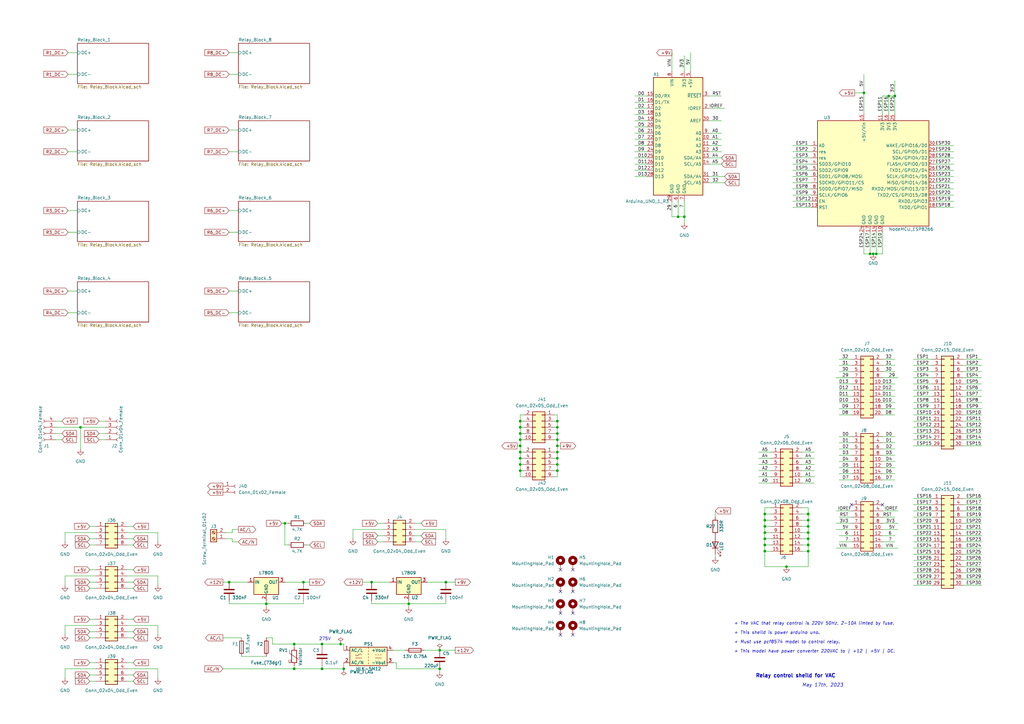
<source format=kicad_sch>
(kicad_sch (version 20211123) (generator eeschema)
  (paper "A3")
  (junction (at 331.47 223.52))
  (junction (at 213.36 182.88))
  (junction (at 331.47 213.36))
  (junction (at 180.34 266.7))
  (junction (at 280.67 88.9))
  (junction (at 132.08 274.32))
  (junction (at 331.47 210.82))
  (junction (at 228.6 177.8))
  (junction (at 228.6 185.42))
  (junction (at 120.65 264.16))
  (junction (at 132.08 264.16))
  (junction (at 358.14 104.14))
  (junction (at 213.36 190.5))
  (junction (at 359.41 104.14))
  (junction (at 124.46 238.76))
  (junction (at 313.69 210.82))
  (junction (at 228.6 172.72))
  (junction (at 313.69 220.98))
  (junction (at 213.36 187.96))
  (junction (at 313.69 223.52))
  (junction (at 228.6 187.96))
  (junction (at 120.65 274.32))
  (junction (at 213.36 193.04))
  (junction (at 228.6 175.26))
  (junction (at 213.36 177.8))
  (junction (at 331.47 220.98))
  (junction (at 313.69 218.44))
  (junction (at 213.36 185.42))
  (junction (at 313.69 226.06))
  (junction (at 228.6 190.5))
  (junction (at 180.34 274.32))
  (junction (at 322.58 232.41))
  (junction (at 364.49 39.37))
  (junction (at 93.98 238.76))
  (junction (at 109.22 247.65))
  (junction (at 331.47 215.9))
  (junction (at 331.47 218.44))
  (junction (at 228.6 182.88))
  (junction (at 116.84 214.63))
  (junction (at 213.36 175.26))
  (junction (at 331.47 226.06))
  (junction (at 182.88 238.76))
  (junction (at 313.69 215.9))
  (junction (at 213.36 172.72))
  (junction (at 213.36 180.34))
  (junction (at 356.87 104.14))
  (junction (at 33.02 175.26))
  (junction (at 278.13 88.9))
  (junction (at 367.03 39.37))
  (junction (at 228.6 180.34))
  (junction (at 139.7 264.16))
  (junction (at 313.69 213.36))
  (junction (at 140.97 274.32))
  (junction (at 228.6 193.04))
  (junction (at 354.33 38.1))
  (junction (at 167.64 247.65))
  (junction (at 152.4 238.76))
  (no_connect (at 234.95 233.68))
  (no_connect (at 229.87 233.68))
  (no_connect (at 361.95 207.01))
  (no_connect (at 229.87 251.46))
  (no_connect (at 229.87 260.35))
  (no_connect (at 234.95 251.46))
  (no_connect (at 234.95 260.35))
  (no_connect (at 349.25 207.01))
  (no_connect (at 234.95 242.57))
  (no_connect (at 229.87 242.57))
  (wire (pts (xy 228.6 190.5) (xy 228.6 193.04)))
  (wire (pts (xy 52.07 241.3) (xy 54.61 241.3)))
  (wire (pts (xy 374.65 209.55) (xy 382.27 209.55)))
  (wire (pts (xy 26.67 236.22) (xy 39.37 236.22)))
  (wire (pts (xy 91.44 261.62) (xy 99.06 261.62)))
  (wire (pts (xy 36.83 261.62) (xy 39.37 261.62)))
  (wire (pts (xy 295.91 57.15) (xy 290.83 57.15)))
  (wire (pts (xy 124.46 238.76) (xy 127 238.76)))
  (wire (pts (xy 64.77 218.44) (xy 64.77 222.25)))
  (wire (pts (xy 109.22 247.65) (xy 109.22 248.92)))
  (wire (pts (xy 361.95 165.1) (xy 367.03 165.1)))
  (wire (pts (xy 293.37 227.33) (xy 293.37 228.6)))
  (wire (pts (xy 374.65 152.4) (xy 382.27 152.4)))
  (wire (pts (xy 152.4 246.38) (xy 152.4 247.65)))
  (wire (pts (xy 313.69 210.82) (xy 313.69 213.36)))
  (wire (pts (xy 367.03 184.15) (xy 361.95 184.15)))
  (wire (pts (xy 26.67 278.13) (xy 26.67 274.32)))
  (wire (pts (xy 295.91 67.31) (xy 290.83 67.31)))
  (wire (pts (xy 361.95 170.18) (xy 367.03 170.18)))
  (wire (pts (xy 140.97 264.16) (xy 139.7 264.16)))
  (wire (pts (xy 227.33 170.18) (xy 228.6 170.18)))
  (wire (pts (xy 227.33 177.8) (xy 228.6 177.8)))
  (wire (pts (xy 162.56 271.78) (xy 162.56 274.32)))
  (wire (pts (xy 152.4 238.76) (xy 160.02 238.76)))
  (wire (pts (xy 180.34 266.7) (xy 186.69 266.7)))
  (wire (pts (xy 52.07 271.78) (xy 54.61 271.78)))
  (wire (pts (xy 265.43 62.23) (xy 260.35 62.23)))
  (wire (pts (xy 52.07 215.9) (xy 54.61 215.9)))
  (wire (pts (xy 349.25 217.17) (xy 342.9 217.17)))
  (wire (pts (xy 64.77 236.22) (xy 64.77 240.03)))
  (wire (pts (xy 52.07 238.76) (xy 54.61 238.76)))
  (wire (pts (xy 120.65 264.16) (xy 120.65 265.43)))
  (wire (pts (xy 265.43 72.39) (xy 260.35 72.39)))
  (wire (pts (xy 359.41 104.14) (xy 361.95 104.14)))
  (wire (pts (xy 331.47 215.9) (xy 331.47 213.36)))
  (wire (pts (xy 295.91 54.61) (xy 290.83 54.61)))
  (wire (pts (xy 313.69 223.52) (xy 313.69 226.06)))
  (wire (pts (xy 367.03 186.69) (xy 361.95 186.69)))
  (wire (pts (xy 93.98 62.23) (xy 97.79 62.23)))
  (wire (pts (xy 278.13 88.9) (xy 280.67 88.9)))
  (wire (pts (xy 228.6 195.58) (xy 227.33 195.58)))
  (wire (pts (xy 391.16 72.39) (xy 383.54 72.39)))
  (wire (pts (xy 328.93 213.36) (xy 331.47 213.36)))
  (wire (pts (xy 111.76 264.16) (xy 120.65 264.16)))
  (wire (pts (xy 325.12 59.69) (xy 332.74 59.69)))
  (wire (pts (xy 394.97 160.02) (xy 402.59 160.02)))
  (wire (pts (xy 394.97 149.86) (xy 402.59 149.86)))
  (wire (pts (xy 374.65 219.71) (xy 382.27 219.71)))
  (wire (pts (xy 36.83 254) (xy 39.37 254)))
  (wire (pts (xy 93.98 247.65) (xy 109.22 247.65)))
  (wire (pts (xy 214.63 170.18) (xy 213.36 170.18)))
  (wire (pts (xy 36.83 223.52) (xy 39.37 223.52)))
  (wire (pts (xy 167.64 247.65) (xy 182.88 247.65)))
  (wire (pts (xy 295.91 64.77) (xy 290.83 64.77)))
  (wire (pts (xy 325.12 62.23) (xy 332.74 62.23)))
  (wire (pts (xy 328.93 198.12) (xy 334.01 198.12)))
  (wire (pts (xy 170.18 214.63) (xy 172.72 214.63)))
  (wire (pts (xy 367.03 212.09) (xy 361.95 212.09)))
  (wire (pts (xy 27.94 21.59) (xy 31.75 21.59)))
  (wire (pts (xy 313.69 215.9) (xy 313.69 218.44)))
  (wire (pts (xy 27.94 128.27) (xy 31.75 128.27)))
  (wire (pts (xy 213.36 195.58) (xy 214.63 195.58)))
  (wire (pts (xy 328.93 187.96) (xy 334.01 187.96)))
  (wire (pts (xy 394.97 182.88) (xy 402.59 182.88)))
  (wire (pts (xy 394.97 162.56) (xy 402.59 162.56)))
  (wire (pts (xy 311.15 187.96) (xy 316.23 187.96)))
  (wire (pts (xy 374.65 167.64) (xy 382.27 167.64)))
  (wire (pts (xy 26.67 256.54) (xy 39.37 256.54)))
  (wire (pts (xy 394.97 167.64) (xy 402.59 167.64)))
  (wire (pts (xy 313.69 223.52) (xy 316.23 223.52)))
  (wire (pts (xy 391.16 85.09) (xy 383.54 85.09)))
  (wire (pts (xy 359.41 95.25) (xy 359.41 104.14)))
  (wire (pts (xy 367.03 181.61) (xy 361.95 181.61)))
  (wire (pts (xy 167.64 247.65) (xy 167.64 248.92)))
  (wire (pts (xy 331.47 210.82) (xy 331.47 208.28)))
  (wire (pts (xy 91.44 238.76) (xy 93.98 238.76)))
  (wire (pts (xy 227.33 187.96) (xy 228.6 187.96)))
  (wire (pts (xy 43.18 177.8) (xy 40.64 177.8)))
  (wire (pts (xy 374.65 165.1) (xy 382.27 165.1)))
  (wire (pts (xy 391.16 80.01) (xy 383.54 80.01)))
  (wire (pts (xy 344.17 162.56) (xy 349.25 162.56)))
  (wire (pts (xy 36.83 271.78) (xy 39.37 271.78)))
  (wire (pts (xy 328.93 210.82) (xy 331.47 210.82)))
  (wire (pts (xy 93.98 30.48) (xy 97.79 30.48)))
  (wire (pts (xy 394.97 165.1) (xy 402.59 165.1)))
  (wire (pts (xy 364.49 39.37) (xy 367.03 39.37)))
  (wire (pts (xy 154.94 214.63) (xy 157.48 214.63)))
  (wire (pts (xy 109.22 261.62) (xy 111.76 261.62)))
  (wire (pts (xy 349.25 184.15) (xy 344.17 184.15)))
  (wire (pts (xy 313.69 226.06) (xy 316.23 226.06)))
  (wire (pts (xy 374.65 227.33) (xy 382.27 227.33)))
  (wire (pts (xy 342.9 209.55) (xy 349.25 209.55)))
  (wire (pts (xy 52.07 233.68) (xy 54.61 233.68)))
  (wire (pts (xy 280.67 22.86) (xy 280.67 29.21)))
  (wire (pts (xy 22.86 177.8) (xy 25.4 177.8)))
  (wire (pts (xy 361.95 46.99) (xy 361.95 39.37)))
  (wire (pts (xy 228.6 170.18) (xy 228.6 172.72)))
  (wire (pts (xy 313.69 218.44) (xy 316.23 218.44)))
  (wire (pts (xy 228.6 185.42) (xy 228.6 187.96)))
  (wire (pts (xy 161.29 266.7) (xy 166.37 266.7)))
  (wire (pts (xy 374.65 229.87) (xy 382.27 229.87)))
  (wire (pts (xy 349.25 186.69) (xy 344.17 186.69)))
  (wire (pts (xy 213.36 177.8) (xy 214.63 177.8)))
  (wire (pts (xy 228.6 193.04) (xy 228.6 195.58)))
  (wire (pts (xy 265.43 57.15) (xy 260.35 57.15)))
  (wire (pts (xy 52.07 279.4) (xy 54.61 279.4)))
  (wire (pts (xy 180.34 274.32) (xy 180.34 275.59)))
  (wire (pts (xy 275.59 82.55) (xy 275.59 88.9)))
  (wire (pts (xy 295.91 62.23) (xy 290.83 62.23)))
  (wire (pts (xy 349.25 179.07) (xy 344.17 179.07)))
  (wire (pts (xy 52.07 254) (xy 54.61 254)))
  (wire (pts (xy 313.69 213.36) (xy 313.69 215.9)))
  (wire (pts (xy 325.12 67.31) (xy 332.74 67.31)))
  (wire (pts (xy 349.25 194.31) (xy 344.17 194.31)))
  (wire (pts (xy 374.65 237.49) (xy 382.27 237.49)))
  (wire (pts (xy 349.25 214.63) (xy 342.9 214.63)))
  (wire (pts (xy 213.36 175.26) (xy 214.63 175.26)))
  (wire (pts (xy 43.18 180.34) (xy 40.64 180.34)))
  (wire (pts (xy 228.6 180.34) (xy 228.6 182.88)))
  (wire (pts (xy 394.97 180.34) (xy 402.59 180.34)))
  (wire (pts (xy 331.47 223.52) (xy 331.47 220.98)))
  (wire (pts (xy 361.95 157.48) (xy 367.03 157.48)))
  (wire (pts (xy 394.97 157.48) (xy 402.59 157.48)))
  (wire (pts (xy 93.98 86.36) (xy 97.79 86.36)))
  (wire (pts (xy 325.12 85.09) (xy 332.74 85.09)))
  (wire (pts (xy 182.88 217.17) (xy 182.88 220.98)))
  (wire (pts (xy 313.69 213.36) (xy 316.23 213.36)))
  (wire (pts (xy 374.65 240.03) (xy 382.27 240.03)))
  (wire (pts (xy 43.18 172.72) (xy 40.64 172.72)))
  (wire (pts (xy 93.98 246.38) (xy 93.98 247.65)))
  (wire (pts (xy 331.47 220.98) (xy 331.47 218.44)))
  (wire (pts (xy 361.95 152.4) (xy 367.03 152.4)))
  (wire (pts (xy 283.21 21.59) (xy 283.21 29.21)))
  (wire (pts (xy 265.43 39.37) (xy 260.35 39.37)))
  (wire (pts (xy 118.11 223.52) (xy 116.84 223.52)))
  (wire (pts (xy 364.49 46.99) (xy 364.49 39.37)))
  (wire (pts (xy 43.18 175.26) (xy 33.02 175.26)))
  (wire (pts (xy 27.94 62.23) (xy 31.75 62.23)))
  (wire (pts (xy 349.25 191.77) (xy 344.17 191.77)))
  (wire (pts (xy 394.97 147.32) (xy 402.59 147.32)))
  (wire (pts (xy 374.65 162.56) (xy 382.27 162.56)))
  (wire (pts (xy 64.77 274.32) (xy 64.77 278.13)))
  (wire (pts (xy 93.98 238.76) (xy 101.6 238.76)))
  (wire (pts (xy 52.07 276.86) (xy 54.61 276.86)))
  (wire (pts (xy 394.97 170.18) (xy 402.59 170.18)))
  (wire (pts (xy 265.43 67.31) (xy 260.35 67.31)))
  (wire (pts (xy 354.33 30.48) (xy 354.33 38.1)))
  (wire (pts (xy 394.97 224.79) (xy 402.59 224.79)))
  (wire (pts (xy 36.83 276.86) (xy 39.37 276.86)))
  (wire (pts (xy 368.3 214.63) (xy 361.95 214.63)))
  (wire (pts (xy 374.65 232.41) (xy 382.27 232.41)))
  (wire (pts (xy 109.22 247.65) (xy 124.46 247.65)))
  (wire (pts (xy 325.12 72.39) (xy 332.74 72.39)))
  (wire (pts (xy 212.09 182.88) (xy 213.36 182.88)))
  (wire (pts (xy 170.18 217.17) (xy 182.88 217.17)))
  (wire (pts (xy 152.4 247.65) (xy 167.64 247.65)))
  (wire (pts (xy 311.15 195.58) (xy 316.23 195.58)))
  (wire (pts (xy 167.64 246.38) (xy 167.64 247.65)))
  (wire (pts (xy 354.33 104.14) (xy 356.87 104.14)))
  (wire (pts (xy 361.95 39.37) (xy 364.49 39.37)))
  (wire (pts (xy 265.43 64.77) (xy 260.35 64.77)))
  (wire (pts (xy 394.97 217.17) (xy 402.59 217.17)))
  (wire (pts (xy 342.9 154.94) (xy 349.25 154.94)))
  (wire (pts (xy 227.33 190.5) (xy 228.6 190.5)))
  (wire (pts (xy 227.33 193.04) (xy 228.6 193.04)))
  (wire (pts (xy 36.83 215.9) (xy 39.37 215.9)))
  (wire (pts (xy 367.03 39.37) (xy 367.03 46.99)))
  (wire (pts (xy 27.94 53.34) (xy 31.75 53.34)))
  (wire (pts (xy 374.65 172.72) (xy 382.27 172.72)))
  (wire (pts (xy 92.71 218.44) (xy 95.25 218.44)))
  (wire (pts (xy 374.65 224.79) (xy 382.27 224.79)))
  (wire (pts (xy 265.43 54.61) (xy 260.35 54.61)))
  (wire (pts (xy 328.93 195.58) (xy 334.01 195.58)))
  (wire (pts (xy 213.36 187.96) (xy 214.63 187.96)))
  (wire (pts (xy 125.73 223.52) (xy 127 223.52)))
  (wire (pts (xy 394.97 177.8) (xy 402.59 177.8)))
  (wire (pts (xy 182.88 238.76) (xy 186.69 238.76)))
  (wire (pts (xy 265.43 52.07) (xy 260.35 52.07)))
  (wire (pts (xy 132.08 274.32) (xy 132.08 273.05)))
  (wire (pts (xy 228.6 177.8) (xy 228.6 180.34)))
  (wire (pts (xy 325.12 77.47) (xy 332.74 77.47)))
  (wire (pts (xy 394.97 154.94) (xy 402.59 154.94)))
  (wire (pts (xy 228.6 175.26) (xy 228.6 177.8)))
  (wire (pts (xy 325.12 74.93) (xy 332.74 74.93)))
  (wire (pts (xy 27.94 119.38) (xy 31.75 119.38)))
  (wire (pts (xy 394.97 229.87) (xy 402.59 229.87)))
  (wire (pts (xy 116.84 214.63) (xy 118.11 214.63)))
  (wire (pts (xy 374.65 175.26) (xy 382.27 175.26)))
  (wire (pts (xy 140.97 266.7) (xy 140.97 264.16)))
  (wire (pts (xy 125.73 214.63) (xy 127 214.63)))
  (wire (pts (xy 331.47 226.06) (xy 331.47 223.52)))
  (wire (pts (xy 139.7 264.16) (xy 132.08 264.16)))
  (wire (pts (xy 367.03 222.25) (xy 361.95 222.25)))
  (wire (pts (xy 52.07 274.32) (xy 64.77 274.32)))
  (wire (pts (xy 394.97 237.49) (xy 402.59 237.49)))
  (wire (pts (xy 313.69 232.41) (xy 313.69 226.06)))
  (wire (pts (xy 295.91 49.53) (xy 290.83 49.53)))
  (wire (pts (xy 173.99 266.7) (xy 180.34 266.7)))
  (wire (pts (xy 95.25 218.44) (xy 95.25 217.17)))
  (wire (pts (xy 328.93 215.9) (xy 331.47 215.9)))
  (wire (pts (xy 144.78 217.17) (xy 157.48 217.17)))
  (wire (pts (xy 27.94 86.36) (xy 31.75 86.36)))
  (wire (pts (xy 311.15 193.04) (xy 316.23 193.04)))
  (wire (pts (xy 361.95 162.56) (xy 367.03 162.56)))
  (wire (pts (xy 367.03 179.07) (xy 361.95 179.07)))
  (wire (pts (xy 374.65 217.17) (xy 382.27 217.17)))
  (wire (pts (xy 391.16 82.55) (xy 383.54 82.55)))
  (wire (pts (xy 374.65 212.09) (xy 382.27 212.09)))
  (wire (pts (xy 170.18 219.71) (xy 172.72 219.71)))
  (wire (pts (xy 325.12 80.01) (xy 332.74 80.01)))
  (wire (pts (xy 290.83 39.37) (xy 295.91 39.37)))
  (wire (pts (xy 95.25 222.25) (xy 97.79 222.25)))
  (wire (pts (xy 161.29 271.78) (xy 162.56 271.78)))
  (wire (pts (xy 227.33 185.42) (xy 228.6 185.42)))
  (wire (pts (xy 394.97 214.63) (xy 402.59 214.63)))
  (wire (pts (xy 394.97 219.71) (xy 402.59 219.71)))
  (wire (pts (xy 295.91 59.69) (xy 290.83 59.69)))
  (wire (pts (xy 154.94 222.25) (xy 157.48 222.25)))
  (wire (pts (xy 367.03 189.23) (xy 361.95 189.23)))
  (wire (pts (xy 374.65 154.94) (xy 382.27 154.94)))
  (wire (pts (xy 213.36 177.8) (xy 213.36 180.34)))
  (wire (pts (xy 391.16 69.85) (xy 383.54 69.85)))
  (wire (pts (xy 132.08 264.16) (xy 132.08 265.43)))
  (wire (pts (xy 328.93 223.52) (xy 331.47 223.52)))
  (wire (pts (xy 290.83 74.93) (xy 297.18 74.93)))
  (wire (pts (xy 394.97 234.95) (xy 402.59 234.95)))
  (wire (pts (xy 344.17 152.4) (xy 349.25 152.4)))
  (wire (pts (xy 213.36 193.04) (xy 213.36 195.58)))
  (wire (pts (xy 213.36 182.88) (xy 213.36 185.42)))
  (wire (pts (xy 394.97 172.72) (xy 402.59 172.72)))
  (wire (pts (xy 26.67 218.44) (xy 39.37 218.44)))
  (wire (pts (xy 350.52 38.1) (xy 354.33 38.1)))
  (wire (pts (xy 394.97 227.33) (xy 402.59 227.33)))
  (wire (pts (xy 116.84 238.76) (xy 124.46 238.76)))
  (wire (pts (xy 115.57 214.63) (xy 116.84 214.63)))
  (wire (pts (xy 227.33 180.34) (xy 228.6 180.34)))
  (wire (pts (xy 93.98 21.59) (xy 97.79 21.59)))
  (wire (pts (xy 374.65 170.18) (xy 382.27 170.18)))
  (wire (pts (xy 361.95 167.64) (xy 367.03 167.64)))
  (wire (pts (xy 265.43 44.45) (xy 260.35 44.45)))
  (wire (pts (xy 394.97 232.41) (xy 402.59 232.41)))
  (wire (pts (xy 358.14 104.14) (xy 359.41 104.14)))
  (wire (pts (xy 313.69 220.98) (xy 313.69 223.52)))
  (wire (pts (xy 331.47 232.41) (xy 331.47 226.06)))
  (wire (pts (xy 361.95 160.02) (xy 367.03 160.02)))
  (wire (pts (xy 52.07 223.52) (xy 54.61 223.52)))
  (wire (pts (xy 328.93 220.98) (xy 331.47 220.98)))
  (wire (pts (xy 140.97 271.78) (xy 140.97 274.32)))
  (wire (pts (xy 394.97 152.4) (xy 402.59 152.4)))
  (wire (pts (xy 374.65 234.95) (xy 382.27 234.95)))
  (wire (pts (xy 213.36 185.42) (xy 214.63 185.42)))
  (wire (pts (xy 394.97 240.03) (xy 402.59 240.03)))
  (wire (pts (xy 52.07 261.62) (xy 54.61 261.62)))
  (wire (pts (xy 328.93 193.04) (xy 334.01 193.04)))
  (wire (pts (xy 394.97 207.01) (xy 402.59 207.01)))
  (wire (pts (xy 367.03 33.02) (xy 367.03 39.37)))
  (wire (pts (xy 297.18 44.45) (xy 290.83 44.45)))
  (wire (pts (xy 325.12 64.77) (xy 332.74 64.77)))
  (wire (pts (xy 374.65 147.32) (xy 382.27 147.32)))
  (wire (pts (xy 213.36 180.34) (xy 213.36 182.88)))
  (wire (pts (xy 374.65 222.25) (xy 382.27 222.25)))
  (wire (pts (xy 328.93 190.5) (xy 334.01 190.5)))
  (wire (pts (xy 331.47 213.36) (xy 331.47 210.82)))
  (wire (pts (xy 280.67 88.9) (xy 280.67 91.44)))
  (wire (pts (xy 313.69 218.44) (xy 313.69 220.98)))
  (wire (pts (xy 265.43 46.99) (xy 260.35 46.99)))
  (wire (pts (xy 124.46 247.65) (xy 124.46 246.38)))
  (wire (pts (xy 344.17 157.48) (xy 349.25 157.48)))
  (wire (pts (xy 228.6 182.88) (xy 229.87 182.88)))
  (wire (pts (xy 322.58 232.41) (xy 313.69 232.41)))
  (wire (pts (xy 278.13 88.9) (xy 278.13 82.55)))
  (wire (pts (xy 391.16 74.93) (xy 383.54 74.93)))
  (wire (pts (xy 52.07 218.44) (xy 64.77 218.44)))
  (wire (pts (xy 391.16 64.77) (xy 383.54 64.77)))
  (wire (pts (xy 344.17 165.1) (xy 349.25 165.1)))
  (wire (pts (xy 36.83 259.08) (xy 39.37 259.08)))
  (wire (pts (xy 344.17 147.32) (xy 349.25 147.32)))
  (wire (pts (xy 349.25 189.23) (xy 344.17 189.23)))
  (wire (pts (xy 228.6 182.88) (xy 228.6 185.42)))
  (wire (pts (xy 325.12 69.85) (xy 332.74 69.85)))
  (wire (pts (xy 99.06 269.24) (xy 109.22 269.24)))
  (wire (pts (xy 361.95 95.25) (xy 361.95 104.14)))
  (wire (pts (xy 349.25 219.71) (xy 344.17 219.71)))
  (wire (pts (xy 92.71 220.98) (xy 95.25 220.98)))
  (wire (pts (xy 36.83 233.68) (xy 39.37 233.68)))
  (wire (pts (xy 391.16 59.69) (xy 383.54 59.69)))
  (wire (pts (xy 93.98 95.25) (xy 97.79 95.25)))
  (wire (pts (xy 64.77 256.54) (xy 64.77 260.35)))
  (wire (pts (xy 36.83 220.98) (xy 39.37 220.98)))
  (wire (pts (xy 148.59 238.76) (xy 152.4 238.76)))
  (wire (pts (xy 265.43 49.53) (xy 260.35 49.53)))
  (wire (pts (xy 349.25 222.25) (xy 344.17 222.25)))
  (wire (pts (xy 213.36 180.34) (xy 214.63 180.34)))
  (wire (pts (xy 91.44 274.32) (xy 120.65 274.32)))
  (wire (pts (xy 367.03 194.31) (xy 361.95 194.31)))
  (wire (pts (xy 313.69 215.9) (xy 316.23 215.9)))
  (wire (pts (xy 325.12 82.55) (xy 332.74 82.55)))
  (wire (pts (xy 265.43 59.69) (xy 260.35 59.69)))
  (wire (pts (xy 344.17 160.02) (xy 349.25 160.02)))
  (wire (pts (xy 374.65 204.47) (xy 382.27 204.47)))
  (wire (pts (xy 213.36 170.18) (xy 213.36 172.72)))
  (wire (pts (xy 394.97 212.09) (xy 402.59 212.09)))
  (wire (pts (xy 95.25 220.98) (xy 95.25 222.25)))
  (wire (pts (xy 349.25 212.09) (xy 344.17 212.09)))
  (wire (pts (xy 374.65 160.02) (xy 382.27 160.02)))
  (wire (pts (xy 26.67 222.25) (xy 26.67 218.44)))
  (wire (pts (xy 22.86 172.72) (xy 25.4 172.72)))
  (wire (pts (xy 120.65 274.32) (xy 120.65 273.05)))
  (wire (pts (xy 311.15 185.42) (xy 316.23 185.42)))
  (wire (pts (xy 144.78 220.98) (xy 144.78 217.17)))
  (wire (pts (xy 22.86 175.26) (xy 33.02 175.26)))
  (wire (pts (xy 331.47 208.28) (xy 328.93 208.28)))
  (wire (pts (xy 228.6 172.72) (xy 228.6 175.26)))
  (wire (pts (xy 331.47 226.06) (xy 328.93 226.06)))
  (wire (pts (xy 162.56 274.32) (xy 180.34 274.32)))
  (wire (pts (xy 367.03 219.71) (xy 361.95 219.71)))
  (wire (pts (xy 394.97 204.47) (xy 402.59 204.47)))
  (wire (pts (xy 120.65 264.16) (xy 132.08 264.16)))
  (wire (pts (xy 213.36 175.26) (xy 213.36 177.8)))
  (wire (pts (xy 374.65 180.34) (xy 382.27 180.34)))
  (wire (pts (xy 280.67 88.9) (xy 280.67 82.55)))
  (wire (pts (xy 33.02 175.26) (xy 33.02 184.15)))
  (wire (pts (xy 391.16 62.23) (xy 383.54 62.23)))
  (wire (pts (xy 227.33 175.26) (xy 228.6 175.26)))
  (wire (pts (xy 52.07 220.98) (xy 54.61 220.98)))
  (wire (pts (xy 361.95 154.94) (xy 368.3 154.94)))
  (wire (pts (xy 182.88 247.65) (xy 182.88 246.38)))
  (wire (pts (xy 354.33 38.1) (xy 354.33 46.99)))
  (wire (pts (xy 313.69 208.28) (xy 313.69 210.82)))
  (wire (pts (xy 213.36 185.42) (xy 213.36 187.96)))
  (wire (pts (xy 361.95 224.79) (xy 368.3 224.79)))
  (wire (pts (xy 170.18 222.25) (xy 172.72 222.25)))
  (wire (pts (xy 322.58 232.41) (xy 331.47 232.41)))
  (wire (pts (xy 394.97 222.25) (xy 402.59 222.25)))
  (wire (pts (xy 52.07 259.08) (xy 54.61 259.08)))
  (wire (pts (xy 22.86 180.34) (xy 25.4 180.34)))
  (wire (pts (xy 140.97 274.32) (xy 132.08 274.32)))
  (wire (pts (xy 36.83 238.76) (xy 39.37 238.76)))
  (wire (pts (xy 354.33 95.25) (xy 354.33 104.14)))
  (wire (pts (xy 367.03 196.85) (xy 361.95 196.85)))
  (wire (pts (xy 331.47 218.44) (xy 331.47 215.9)))
  (wire (pts (xy 316.23 220.98) (xy 313.69 220.98)))
  (wire (pts (xy 349.25 181.61) (xy 344.17 181.61)))
  (wire (pts (xy 374.65 177.8) (xy 382.27 177.8)))
  (wire (pts (xy 213.36 172.72) (xy 214.63 172.72)))
  (wire (pts (xy 275.59 88.9) (xy 278.13 88.9)))
  (wire (pts (xy 361.95 149.86) (xy 367.03 149.86)))
  (wire (pts (xy 275.59 21.59) (xy 275.59 29.21)))
  (wire (pts (xy 52.07 236.22) (xy 64.77 236.22)))
  (wire (pts (xy 311.15 198.12) (xy 316.23 198.12)))
  (wire (pts (xy 313.69 210.82) (xy 316.23 210.82)))
  (wire (pts (xy 344.17 167.64) (xy 349.25 167.64)))
  (wire (pts (xy 356.87 95.25) (xy 356.87 104.14)))
  (wire (pts (xy 344.17 149.86) (xy 349.25 149.86)))
  (wire (pts (xy 175.26 238.76) (xy 182.88 238.76)))
  (wire (pts (xy 213.36 172.72) (xy 213.36 175.26)))
  (wire (pts (xy 394.97 209.55) (xy 402.59 209.55)))
  (wire (pts (xy 36.83 279.4) (xy 39.37 279.4)))
  (wire (pts (xy 120.65 274.32) (xy 132.08 274.32)))
  (wire (pts (xy 36.83 241.3) (xy 39.37 241.3)))
  (wire (pts (xy 26.67 240.03) (xy 26.67 236.22)))
  (wire (pts (xy 111.76 261.62) (xy 111.76 264.16)))
  (wire (pts (xy 391.16 77.47) (xy 383.54 77.47)))
  (wire (pts (xy 109.22 246.38) (xy 109.22 247.65)))
  (wire (pts (xy 344.17 170.18) (xy 349.25 170.18)))
  (wire (pts (xy 328.93 185.42) (xy 334.01 185.42)))
  (wire (pts (xy 394.97 175.26) (xy 402.59 175.26)))
  (wire (pts (xy 26.67 274.32) (xy 39.37 274.32)))
  (wire (pts (xy 328.93 218.44) (xy 331.47 218.44)))
  (wire (pts (xy 213.36 190.5) (xy 213.36 193.04)))
  (wire (pts (xy 52.07 256.54) (xy 64.77 256.54)))
  (wire (pts (xy 356.87 104.14) (xy 358.14 104.14)))
  (wire (pts (xy 27.94 95.25) (xy 31.75 95.25)))
  (wire (pts (xy 228.6 187.96) (xy 228.6 190.5)))
  (wire (pts (xy 361.95 147.32) (xy 367.03 147.32)))
  (wire (pts (xy 374.65 207.01) (xy 382.27 207.01)))
  (wire (pts (xy 293.37 209.55) (xy 293.37 212.09)))
  (wire (pts (xy 27.94 30.48) (xy 31.75 30.48)))
  (wire (pts (xy 361.95 209.55) (xy 368.3 209.55)))
  (wire (pts (xy 374.65 214.63) (xy 382.27 214.63)))
  (wire (pts (xy 93.98 119.38) (xy 97.79 119.38)))
  (wire (pts (xy 116.84 214.63) (xy 116.84 223.52)))
  (wire (pts (xy 290.83 72.39) (xy 297.18 72.39)))
  (wire (pts (xy 311.15 190.5) (xy 316.23 190.5)))
  (wire (pts (xy 265.43 41.91) (xy 260.35 41.91)))
  (wire (pts (xy 154.94 219.71) (xy 157.48 219.71)))
  (wire (pts (xy 374.65 149.86) (xy 382.27 149.86)))
  (wire (pts (xy 391.16 67.31) (xy 383.54 67.31)))
  (wire (pts (xy 368.3 217.17) (xy 361.95 217.17)))
  (wire (pts (xy 95.25 217.17) (xy 97.79 217.17)))
  (wire (pts (xy 316.23 208.28) (xy 313.69 208.28)))
  (wire (pts (xy 213.36 193.04) (xy 214.63 193.04)))
  (wire (pts (xy 374.65 157.48) (xy 382.27 157.48)))
  (wire (pts (xy 374.65 182.88) (xy 382.27 182.88)))
  (wire (pts (xy 265.43 69.85) (xy 260.35 69.85)))
  (wire (pts (xy 342.9 224.79) (xy 349.25 224.79)))
  (wire (pts (xy 93.98 53.34) (xy 97.79 53.34)))
  (wire (pts (xy 349.25 196.85) (xy 344.17 196.85)))
  (wire (pts (xy 213.36 190.5) (xy 214.63 190.5)))
  (wire (pts (xy 213.36 187.96) (xy 213.36 190.5)))
  (wire (pts (xy 26.67 260.35) (xy 26.67 256.54)))
  (wire (pts (xy 93.98 128.27) (xy 97.79 128.27)))
  (wire (pts (xy 367.03 191.77) (xy 361.95 191.77)))
  (wire (pts (xy 227.33 172.72) (xy 228.6 172.72)))
  (text "+ The VAC that relay control is 220V 50Hz, 2-10A limted by fuse." (at 300.99 256.54 0) (effects (font (size 1.27 1.27) italic) (justify left bottom)))
  (text "+ This sheild is power arduino uno." (at 300.99 260.35 0) (effects (font (size 1.27 1.27) italic) (justify left bottom)))
  (text "+ Must use pcf8574 model to control relay." (at 300.99 264.16 0) (effects (font (size 1.27 1.27) italic) (justify left bottom)))
  (text "275V" (at 130.81 262.89 0) (effects (font (size 1.27 1.27)) (justify left bottom)))
  (text "+ This model have power converter 220VAC to | +12 | +5V | DC." (at 300.99 267.97 0) (effects (font (size 1.27 1.27) italic) (justify left bottom)))
  (text "Relay control sheild for VAC" (at 309.88 278.13 0) (effects (font (size 1.5 1.5) (thickness 0.3) bold) (justify left bottom)))
  (text "May 17th, 2023" (at 328.93 281.94 0) (effects (font (size 1.4 1.4) italic) (justify left bottom)))
  (label "ESP1" (at 396.24 147.32 0))
  (label "D8" (at 347.98 170.18 180))
  (label "ESP22" (at 396.24 219.71 0))
  (label "RST" (at 292.1 39.37 0))
  (label "ESP30" (at 389.89 59.69 180))
  (label "ESP23" (at 375.92 222.25 0))
  (label "RST" (at 365.76 212.09 180))
  (label "A0" (at 314.96 198.12 180))
  (label "D2" (at 345.44 184.15 0))
  (label "IOREF" (at 368.3 209.55 180))
  (label "A4" (at 292.1 64.77 0))
  (label "VIN" (at 275.59 24.13 270))
  (label "7" (at 347.98 222.25 180))
  (label "D1" (at 261.62 41.91 0))
  (label "ESP6" (at 396.24 160.02 0))
  (label "D11" (at 261.62 67.31 0))
  (label "ESP10" (at 375.92 170.18 0))
  (label "D10" (at 261.62 64.77 0))
  (label "D2" (at 261.62 44.45 0))
  (label "ESP1" (at 326.39 59.69 0))
  (label "ESP29" (at 396.24 237.49 0))
  (label "5V" (at 283.21 24.13 270))
  (label "31" (at 365.76 149.86 180))
  (label "D0" (at 261.62 39.37 0))
  (label "7" (at 280.67 83.82 270))
  (label "ESP26" (at 375.92 229.87 0))
  (label "ESP4" (at 396.24 154.94 0))
  (label "A5" (at 292.1 67.31 0))
  (label "ESP2" (at 326.39 62.23 0))
  (label "ESP3" (at 396.24 152.4 0))
  (label "ESP2" (at 396.24 149.86 0))
  (label "ESP22" (at 389.89 74.93 180))
  (label "A4" (at 332.74 187.96 180))
  (label "A4" (at 314.96 187.96 180))
  (label "D0" (at 363.22 179.07 0))
  (label "ESP7" (at 396.24 162.56 0))
  (label "A2" (at 332.74 193.04 180))
  (label "ESP8" (at 326.39 77.47 0))
  (label "29" (at 364.49 154.94 0))
  (label "D7" (at 345.44 196.85 0))
  (label "ESP1" (at 375.92 147.32 0))
  (label "ESP7" (at 375.92 162.56 0))
  (label "A3" (at 332.74 190.5 180))
  (label "6" (at 278.13 83.82 270))
  (label "D1" (at 363.22 181.61 0))
  (label "ESP7" (at 326.39 74.93 0))
  (label "ESP30" (at 396.24 240.03 0))
  (label "ESP10" (at 396.24 170.18 0))
  (label "IOREF" (at 349.25 209.55 180))
  (label "ESP14" (at 396.24 180.34 0))
  (label "D6" (at 261.62 54.61 0))
  (label "A0" (at 292.1 54.61 0))
  (label "D12" (at 261.62 69.85 0))
  (label "ESP21" (at 375.92 217.17 0))
  (label "ESP20" (at 389.89 80.01 180))
  (label "ESP10" (at 361.95 101.6 90))
  (label "6" (at 347.98 219.71 180))
  (label "ESP11" (at 361.95 45.72 90))
  (label "ESP15" (at 396.24 182.88 0))
  (label "A1" (at 314.96 195.58 180))
  (label "ESP19" (at 396.24 212.09 0))
  (label "A2" (at 314.96 193.04 180))
  (label "32" (at 347.98 147.32 180))
  (label "D13" (at 261.62 72.39 0))
  (label "ESP3" (at 375.92 152.4 0))
  (label "ESP20" (at 396.24 214.63 0))
  (label "RST" (at 347.98 212.09 180))
  (label "A3" (at 292.1 62.23 0))
  (label "ESP17" (at 356.87 101.6 90))
  (label "ESP23" (at 396.24 222.25 0))
  (label "A0" (at 332.74 198.12 180))
  (label "32" (at 292.1 74.93 0))
  (label "ESP16" (at 396.24 204.47 0))
  (label "A5" (at 332.74 185.42 180))
  (label "D12" (at 365.76 160.02 180))
  (label "6" (at 365.76 219.71 180))
  (label "ESP6" (at 326.39 72.39 0))
  (label "ESP21" (at 396.24 217.17 0))
  (label "31" (at 347.98 149.86 180))
  (label "ESP28" (at 389.89 64.77 180))
  (label "ESP17" (at 375.92 207.01 0))
  (label "ESP25" (at 367.03 45.72 90))
  (label "ESP8" (at 375.92 165.1 0))
  (label "ESP13" (at 375.92 177.8 0))
  (label "ESP19" (at 375.92 212.09 0))
  (label "ESP25" (at 375.92 227.33 0))
  (label "ESP9" (at 396.24 167.64 0))
  (label "ESP14" (at 359.41 101.6 90))
  (label "30" (at 292.1 49.53 0))
  (label "ESP17" (at 396.24 207.01 0))
  (label "D1" (at 345.44 181.61 0))
  (label "ESP5" (at 375.92 157.48 0))
  (label "ESP18" (at 389.89 85.09 180))
  (label "ESP23" (at 389.89 72.39 180))
  (label "D10" (at 365.76 165.1 180))
  (label "VIN" (at 344.17 224.79 0))
  (label "ESP5" (at 396.24 157.48 0))
  (label "31" (at 292.1 72.39 0))
  (label "ESP28" (at 375.92 234.95 0))
  (label "ESP8" (at 396.24 165.1 0))
  (label "D10" (at 347.98 165.1 180))
  (label "ESP4" (at 375.92 154.94 0))
  (label "29" (at 345.44 154.94 0))
  (label "D0" (at 345.44 179.07 0))
  (label "ESP13" (at 326.39 85.09 0))
  (label "ESP11" (at 396.24 172.72 0))
  (label "D13" (at 365.76 157.48 180))
  (label "ESP24" (at 396.24 224.79 0))
  (label "3V3" (at 280.67 24.13 270))
  (label "ESP12" (at 326.39 82.55 0))
  (label "ESP20" (at 375.92 214.63 0))
  (label "D9" (at 261.62 62.23 0))
  (label "A3" (at 314.96 190.5 180))
  (label "ESP11" (at 375.92 172.72 0))
  (label "ESP14" (at 375.92 180.34 0))
  (label "ESP25" (at 396.24 227.33 0))
  (label "ESP19" (at 389.89 82.55 180))
  (label "ESP4" (at 326.39 67.31 0))
  (label "ESP29" (at 389.89 62.23 180))
  (label "5V" (at 367.03 217.17 180))
  (label "ESP6" (at 375.92 160.02 0))
  (label "A5" (at 314.96 185.42 180))
  (label "D3" (at 363.22 186.69 0))
  (label "ESP9" (at 326.39 80.01 0))
  (label "ESP15" (at 375.92 182.88 0))
  (label "D11" (at 347.98 162.56 180))
  (label "ESP2" (at 375.92 149.86 0))
  (label "29" (at 275.59 83.82 270))
  (label "ESP27" (at 389.89 67.31 180))
  (label "D12" (at 347.98 160.02 180))
  (label "D2" (at 363.22 184.15 0))
  (label "ESP24" (at 375.92 224.79 0))
  (label "D6" (at 345.44 194.31 0))
  (label "30" (at 365.76 152.4 180))
  (label "ESP18" (at 375.92 209.55 0))
  (label "30" (at 347.98 152.4 180))
  (label "ESP18" (at 396.24 209.55 0))
  (label "D5" (at 345.44 191.77 0))
  (label "D5" (at 261.62 52.07 0))
  (label "ESP5" (at 326.39 69.85 0))
  (label "A1" (at 292.1 57.15 0))
  (label "D7" (at 363.22 196.85 0))
  (label "3V3" (at 367.03 34.29 270))
  (label "ESP26" (at 396.24 229.87 0))
  (label "IOREF" (at 290.83 44.45 0))
  (label "D6" (at 363.22 194.31 0))
  (label "ESP16" (at 364.49 45.72 90))
  (label "ESP24" (at 354.33 101.6 90))
  (label "D13" (at 347.98 157.48 180))
  (label "D7" (at 261.62 57.15 0))
  (label "D3" (at 345.44 186.69 0))
  (label "ESP12" (at 396.24 175.26 0))
  (label "A1" (at 332.74 195.58 180))
  (label "D4" (at 345.44 189.23 0))
  (label "3V3" (at 347.98 214.63 180))
  (label "ESP21" (at 389.89 77.47 180))
  (label "ESP29" (at 375.92 237.49 0))
  (label "VIN" (at 363.22 224.79 0))
  (label "ESP30" (at 375.92 240.03 0))
  (label "ESP26" (at 389.89 69.85 180))
  (label "ESP13" (at 396.24 177.8 0))
  (label "D4" (at 363.22 189.23 0))
  (label "5V" (at 347.98 217.17 180))
  (label "D8" (at 261.62 59.69 0))
  (label "D9" (at 347.98 167.64 180))
  (label "D5" (at 363.22 191.77 0))
  (label "5V" (at 354.33 33.02 270))
  (label "ESP22" (at 375.92 219.71 0))
  (label "ESP28" (at 396.24 234.95 0))
  (label "ESP27" (at 396.24 232.41 0))
  (label "ESP12" (at 375.92 175.26 0))
  (label "ESP3" (at 326.39 64.77 0))
  (label "ESP9" (at 375.92 167.64 0))
  (label "ESP15" (at 354.33 45.72 90))
  (label "D3" (at 261.62 46.99 0))
  (label "7" (at 365.76 222.25 180))
  (label "D11" (at 365.76 162.56 180))
  (label "ESP16" (at 375.92 204.47 0))
  (label "D9" (at 365.76 167.64 180))
  (label "32" (at 365.76 147.32 180))
  (label "3V3" (at 367.03 214.63 180))
  (label "D8" (at 365.76 170.18 180))
  (label "A2" (at 292.1 59.69 0))
  (label "ESP27" (at 375.92 232.41 0))
  (label "D4" (at 261.62 49.53 0))
  (global_label "SDA" (shape input) (at 40.64 177.8 180) (property "Intersheet References" "${INTERSHEET_REFS}" (effects hide)))
  (global_label "R8_DC-" (shape input) (at 93.98 30.48 180) (property "Intersheet References" "${INTERSHEET_REFS}" (effects hide)))
  (global_label "R7_DC+" (shape input) (at 93.98 53.34 180) (property "Intersheet References" "${INTERSHEET_REFS}" (effects hide)))
  (global_label "+5V" (shape output) (at 212.09 182.88 180) (property "Intersheet References" "${INTERSHEET_REFS}" (effects hide)))
  (global_label "+5V" (shape input) (at 54.61 254 0) (property "Intersheet References" "${INTERSHEET_REFS}" (effects hide)))
  (global_label "+5V" (shape output) (at 91.44 201.93 180) (property "Intersheet References" "${INTERSHEET_REFS}" (effects hide)))
  (global_label "AC{slash}N" (shape input) (at 97.79 222.25 0) (property "Intersheet References" "${INTERSHEET_REFS}" (effects hide)))
  (global_label "SDA" (shape input) (at 54.61 220.98 0) (property "Intersheet References" "${INTERSHEET_REFS}" (effects hide)))
  (global_label "+9V" (shape output) (at 91.44 199.39 180) (property "Intersheet References" "${INTERSHEET_REFS}" (effects hide)))
  (global_label "+9V" (shape output) (at 186.69 238.76 0) (property "Intersheet References" "${INTERSHEET_REFS}" (effects hide)))
  (global_label "SDA" (shape input) (at 172.72 219.71 0) (property "Intersheet References" "${INTERSHEET_REFS}" (effects hide)))
  (global_label "SCL" (shape input) (at 172.72 222.25 0) (property "Intersheet References" "${INTERSHEET_REFS}" (effects hide)))
  (global_label "+5V" (shape input) (at 172.72 214.63 0) (property "Intersheet References" "${INTERSHEET_REFS}" (effects hide)))
  (global_label "R3_DC+" (shape input) (at 27.94 86.36 180) (property "Intersheet References" "${INTERSHEET_REFS}" (effects hide)))
  (global_label "SCL" (shape input) (at 295.91 67.31 0) (property "Intersheet References" "${INTERSHEET_REFS}" (effects hide)))
  (global_label "+5V" (shape output) (at 127 238.76 0) (property "Intersheet References" "${INTERSHEET_REFS}" (effects hide)))
  (global_label "+5V" (shape input) (at 154.94 214.63 180) (property "Intersheet References" "${INTERSHEET_REFS}" (effects hide)))
  (global_label "SCL" (shape input) (at 127 223.52 0) (property "Intersheet References" "${INTERSHEET_REFS}" (effects hide)))
  (global_label "SDA" (shape input) (at 127 214.63 0) (property "Intersheet References" "${INTERSHEET_REFS}" (effects hide)))
  (global_label "R5_DC+" (shape input) (at 93.98 119.38 180) (property "Intersheet References" "${INTERSHEET_REFS}" (effects hide)))
  (global_label "SDA" (shape input) (at 36.83 238.76 180) (property "Intersheet References" "${INTERSHEET_REFS}" (effects hide)))
  (global_label "R7_DC-" (shape input) (at 93.98 62.23 180) (property "Intersheet References" "${INTERSHEET_REFS}" (effects hide)))
  (global_label "R1_DC-" (shape input) (at 27.94 30.48 180) (property "Intersheet References" "${INTERSHEET_REFS}" (effects hide)))
  (global_label "+9V" (shape output) (at 275.59 21.59 180) (property "Intersheet References" "${INTERSHEET_REFS}" (effects hide)))
  (global_label "+5V" (shape input) (at 36.83 271.78 180) (property "Intersheet References" "${INTERSHEET_REFS}" (effects hide)))
  (global_label "AC{slash}N" (shape input) (at 91.44 274.32 180) (property "Intersheet References" "${INTERSHEET_REFS}" (effects hide)))
  (global_label "+9V" (shape output) (at 229.87 182.88 0) (property "Intersheet References" "${INTERSHEET_REFS}" (effects hide)))
  (global_label "+5V" (shape input) (at 36.83 233.68 180) (property "Intersheet References" "${INTERSHEET_REFS}" (effects hide)))
  (global_label "SDA" (shape input) (at 295.91 64.77 0) (property "Intersheet References" "${INTERSHEET_REFS}" (effects hide)))
  (global_label "SDA" (shape input) (at 36.83 276.86 180) (property "Intersheet References" "${INTERSHEET_REFS}" (effects hide)))
  (global_label "R5_DC-" (shape input) (at 93.98 128.27 180) (property "Intersheet References" "${INTERSHEET_REFS}" (effects hide)))
  (global_label "AC{slash}L" (shape output) (at 91.44 261.62 180) (property "Intersheet References" "${INTERSHEET_REFS}" (effects hide)))
  (global_label "SDA" (shape input) (at 297.18 72.39 0) (property "Intersheet References" "${INTERSHEET_REFS}" (effects hide)))
  (global_label "SDA" (shape input) (at 54.61 276.86 0) (property "Intersheet References" "${INTERSHEET_REFS}" (effects hide)))
  (global_label "SCL" (shape input) (at 36.83 261.62 180) (property "Intersheet References" "${INTERSHEET_REFS}" (effects hide)))
  (global_label "SCL" (shape input) (at 25.4 180.34 0) (property "Intersheet References" "${INTERSHEET_REFS}" (effects hide)))
  (global_label "SCL" (shape input) (at 297.18 74.93 0) (property "Intersheet References" "${INTERSHEET_REFS}" (effects hide)))
  (global_label "+5V" (shape input) (at 54.61 233.68 0) (property "Intersheet References" "${INTERSHEET_REFS}" (effects hide)))
  (global_label "+12V" (shape output) (at 148.59 238.76 180) (property "Intersheet References" "${INTERSHEET_REFS}" (effects hide)))
  (global_label "+5V" (shape input) (at 36.83 254 180) (property "Intersheet References" "${INTERSHEET_REFS}" (effects hide)))
  (global_label "+12V" (shape output) (at 91.44 238.76 180) (property "Intersheet References" "${INTERSHEET_REFS}" (effects hide)))
  (global_label "+5V" (shape input) (at 115.57 214.63 180) (property "Intersheet References" "${INTERSHEET_REFS}" (effects hide)))
  (global_label "R1_DC+" (shape input) (at 27.94 21.59 180) (property "Intersheet References" "${INTERSHEET_REFS}" (effects hide)))
  (global_label "+5V" (shape input) (at 40.64 172.72 180) (property "Intersheet References" "${INTERSHEET_REFS}" (effects hide)))
  (global_label "SCL" (shape input) (at 154.94 222.25 180) (property "Intersheet References" "${INTERSHEET_REFS}" (effects hide)))
  (global_label "+5V" (shape input) (at 36.83 215.9 180) (property "Intersheet References" "${INTERSHEET_REFS}" (effects hide)))
  (global_label "+5V" (shape input) (at 54.61 215.9 0) (property "Intersheet References" "${INTERSHEET_REFS}" (effects hide)))
  (global_label "R8_DC+" (shape input) (at 93.98 21.59 180) (property "Intersheet References" "${INTERSHEET_REFS}" (effects hide)))
  (global_label "R6_DC+" (shape input) (at 93.98 86.36 180) (property "Intersheet References" "${INTERSHEET_REFS}" (effects hide)))
  (global_label "R2_DC+" (shape input) (at 27.94 53.34 180) (property "Intersheet References" "${INTERSHEET_REFS}" (effects hide)))
  (global_label "R4_DC-" (shape input) (at 27.94 128.27 180) (property "Intersheet References" "${INTERSHEET_REFS}" (effects hide)))
  (global_label "+5V" (shape input) (at 293.37 209.55 0) (property "Intersheet References" "${INTERSHEET_REFS}" (effects hide)))
  (global_label "SCL" (shape input) (at 36.83 279.4 180) (property "Intersheet References" "${INTERSHEET_REFS}" (effects hide)))
  (global_label "SCL" (shape input) (at 36.83 241.3 180) (property "Intersheet References" "${INTERSHEET_REFS}" (effects hide)))
  (global_label "SDA" (shape input) (at 54.61 259.08 0) (property "Intersheet References" "${INTERSHEET_REFS}" (effects hide)))
  (global_label "R3_DC-" (shape input) (at 27.94 95.25 180) (property "Intersheet References" "${INTERSHEET_REFS}" (effects hide)))
  (global_label "AC{slash}L" (shape output) (at 97.79 217.17 0) (property "Intersheet References" "${INTERSHEET_REFS}" (effects hide)))
  (global_label "SCL" (shape input) (at 40.64 180.34 180) (property "Intersheet References" "${INTERSHEET_REFS}" (effects hide)))
  (global_label "SCL" (shape input) (at 54.61 241.3 0) (property "Intersheet References" "${INTERSHEET_REFS}" (effects hide)))
  (global_label "R6_DC-" (shape input) (at 93.98 95.25 180) (property "Intersheet References" "${INTERSHEET_REFS}" (effects hide)))
  (global_label "+12V" (shape output) (at 186.69 266.7 0) (property "Intersheet References" "${INTERSHEET_REFS}" (effects hide)))
  (global_label "+5V" (shape output) (at 350.52 38.1 180) (property "Intersheet References" "${INTERSHEET_REFS}" (effects hide)))
  (global_label "SCL" (shape input) (at 54.61 261.62 0) (property "Intersheet References" "${INTERSHEET_REFS}" (effects hide)))
  (global_label "SDA" (shape input) (at 25.4 177.8 0) (property "Intersheet References" "${INTERSHEET_REFS}" (effects hide)))
  (global_label "+5V" (shape input) (at 54.61 271.78 0) (property "Intersheet References" "${INTERSHEET_REFS}" (effects hide)))
  (global_label "R4_DC+" (shape input) (at 27.94 119.38 180) (property "Intersheet References" "${INTERSHEET_REFS}" (effects hide)))
  (global_label "SDA" (shape input) (at 54.61 238.76 0) (property "Intersheet References" "${INTERSHEET_REFS}" (effects hide)))
  (global_label "SDA" (shape input) (at 154.94 219.71 180) (property "Intersheet References" "${INTERSHEET_REFS}" (effects hide)))
  (global_label "SDA" (shape input) (at 36.83 259.08 180) (property "Intersheet References" "${INTERSHEET_REFS}" (effects hide)))
  (global_label "SCL" (shape input) (at 36.83 223.52 180) (property "Intersheet References" "${INTERSHEET_REFS}" (effects hide)))
  (global_label "+5V" (shape input) (at 25.4 172.72 0) (property "Intersheet References" "${INTERSHEET_REFS}" (effects hide)))
  (global_label "SCL" (shape input) (at 54.61 279.4 0) (property "Intersheet References" "${INTERSHEET_REFS}" (effects hide)))
  (global_label "R2_DC-" (shape input) (at 27.94 62.23 180) (property "Intersheet References" "${INTERSHEET_REFS}" (effects hide)))
  (global_label "SCL" (shape input) (at 54.61 223.52 0) (property "Intersheet References" "${INTERSHEET_REFS}" (effects hide)))
  (global_label "SDA" (shape input) (at 36.83 220.98 180) (property "Intersheet References" "${INTERSHEET_REFS}" (effects hide)))
  (symbol (lib_id "Mechanical:MountingHole_Pad") (at 229.87 248.92 0) (mirror y) (unit 1)
    (property "Reference" "H3" (at 227.33 246.3799 0) (effects (justify left)))
    (property "Value" "MountingHole_Pad" (at 227.33 248.9199 0) (effects (justify left)))
    (property "Footprint" "MountingHole:MountingHole_2.2mm_M2_ISO7380_Pad" (effects hide))
  )
  (symbol (lib_id "Connector_Generic:Conn_02x15_Odd_Even") (at 387.35 222.25 0) (unit 1)
    (property "Reference" "J11" (at 388.62 198.12 0))
    (property "Value" "Conn_02x15_Odd_Even" (at 388.62 200.66 0))
    (property "Footprint" "Connector_PinHeader_2.54mm:PinHeader_2x15_P2.54mm_Vertical" (effects hide))
  )
  (symbol (lib_id "power:GND") (at 33.02 184.15 0) (unit 1)
    (property "Reference" "#PWR01" (effects hide))
    (property "Value" "GND" (at 33.02 189.23 0))
  )
  (symbol (lib_id "Connector_Generic:Conn_02x05_Odd_Even") (at 222.25 190.5 0) (mirror y) (unit 1)
    (property "Reference" "J42" (at 222.25 198.12 0))
    (property "Value" "Conn_02x05_Odd_Even" (at 222.25 200.66 0))
    (property "Footprint" "Connector_PinHeader_2.54mm:PinHeader_2x05_P2.54mm_Vertical_SMD" (effects hide))
  )
  (symbol (lib_id "Device:C") (at 124.46 242.57 0) (unit 1)
    (property "Reference" "C2" (at 120.65 245.11 0) (effects (justify left)))
    (property "Value" "100nF" (at 125.73 245.11 0) (effects (justify left)))
    (property "Footprint" "Capacitor_SMD:C_1206_3216Metric" (effects hide))
  )
  (symbol (lib_id "Connector:Conn_01x04_Female") (at 17.78 177.8 180) (unit 1)
    (property "Reference" "J1" (at 20.32 182.88 0) (effects (justify left)))
    (property "Value" "Conn_01x04_Female" (at 16.51 166.37 90) (effects (justify left)))
    (property "Footprint" "Connector_PinSocket_2.54mm:PinSocket_1x04_P2.54mm_Horizontal" (effects hide))
  )
  (symbol (lib_id "power:GND") (at 64.77 278.13 0) (unit 1)
    (property "Reference" "#PWR033" (effects hide))
    (property "Value" "GND" (at 64.77 283.21 0))
  )
  (symbol (lib_id "Regulator_Linear:L7805") (at 109.22 238.76 0) (unit 1)
    (property "Reference" "U1" (at 113.03 245.11 0))
    (property "Value" "L7805" (at 109.22 234.95 0))
    (property "Footprint" "Package_TO_SOT_SMD:ATPAK-2" (effects hide))
    (property "Datasheet" "http://www.st.com/content/ccc/resource/technical/document/datasheet/41/4f/b3/b0/12/d4/47/88/CD00000444.pdf/files/CD00000444.pdf/jcr:content/translations/en.CD00000444.pdf" (effects hide))
  )
  (symbol (lib_id "Connector_Generic:Conn_02x08_Odd_Even") (at 321.31 215.9 0) (unit 1)
    (property "Reference" "J6" (at 321.31 228.6 0))
    (property "Value" "Conn_02x08_Odd_Even" (at 322.58 205.74 0))
    (property "Footprint" "Connector_PinHeader_2.54mm:PinHeader_2x08_P2.54mm_Vertical" (effects hide))
  )
  (symbol (lib_id "power:GND") (at 180.34 275.59 0) (unit 1)
    (property "Reference" "#PWR05" (effects hide))
    (property "Value" "GND" (at 180.34 280.67 0))
  )
  (symbol (lib_id "Mechanical:MountingHole_Pad") (at 234.95 257.81 0) (unit 1)
    (property "Reference" "H8" (at 237.49 255.2699 0) (effects (justify left)))
    (property "Value" "MountingHole_Pad" (at 237.49 257.8099 0) (effects (justify left)))
    (property "Footprint" "MountingHole:MountingHole_2.2mm_M2_ISO7380_Pad" (effects hide))
  )
  (symbol (lib_id "Connector_Generic:Conn_02x10_Odd_Even") (at 354.33 157.48 0) (unit 1)
    (property "Reference" "J7" (at 355.6 140.97 0))
    (property "Value" "Conn_02x10_Odd_Even" (at 355.6 143.51 0))
    (property "Footprint" "Connector_PinHeader_2.54mm:PinHeader_2x10_P2.54mm_Vertical" (effects hide))
  )
  (symbol (lib_id "Connector:Conn_01x02_Female") (at 96.52 199.39 0) (unit 1)
    (property "Reference" "J40" (at 97.79 199.3899 0) (effects (justify left)))
    (property "Value" "Conn_01x02_Female" (at 97.79 201.9299 0) (effects (justify left)))
    (property "Footprint" "Connector_PinHeader_2.54mm:PinHeader_1x02_P2.54mm_Horizontal" (effects hide))
  )
  (symbol (lib_id "Device:C") (at 152.4 242.57 0) (unit 1)
    (property "Reference" "C4" (at 148.59 245.11 0) (effects (justify left)))
    (property "Value" "330nF" (at 153.67 245.11 0) (effects (justify left)))
    (property "Footprint" "Capacitor_SMD:C_1206_3216Metric" (effects hide))
  )
  (symbol (lib_id "Regulator_Linear:L7809") (at 167.64 238.76 0) (unit 1)
    (property "Reference" "U2" (at 170.18 245.11 0))
    (property "Value" "L7809" (at 167.64 234.95 0))
    (property "Footprint" "Package_TO_SOT_SMD:ATPAK-2" (effects hide))
    (property "Datasheet" "http://www.st.com/content/ccc/resource/technical/document/datasheet/41/4f/b3/b0/12/d4/47/88/CD00000444.pdf/files/CD00000444.pdf/jcr:content/translations/en.CD00000444.pdf" (effects hide))
  )
  (symbol (lib_id "power:GND") (at 322.58 232.41 0) (unit 1)
    (property "Reference" "#PWR010" (effects hide))
    (property "Value" "GND" (at 322.58 237.49 0))
  )
  (symbol (lib_id "power:GND") (at 26.67 260.35 0) (unit 1)
    (property "Reference" "#PWR028" (effects hide))
    (property "Value" "GND" (at 26.67 265.43 0))
  )
  (symbol (lib_id "power:GND") (at 109.22 248.92 0) (unit 1)
    (property "Reference" "#PWR02" (effects hide))
    (property "Value" "GND" (at 109.22 254 0))
  )
  (symbol (lib_id "Device:Fuse") (at 170.18 266.7 90) (unit 1)
    (property "Reference" "F3" (at 170.18 264.16 90))
    (property "Value" "13V 0.75A" (at 170.18 269.24 90))
    (property "Footprint" "Fuse:Fuse_1812_4532Metric" (effects hide))
  )
  (symbol (lib_id "Mechanical:MountingHole_Pad") (at 234.95 248.92 0) (unit 1)
    (property "Reference" "H7" (at 237.49 246.3799 0) (effects (justify left)))
    (property "Value" "MountingHole_Pad" (at 237.49 248.9199 0) (effects (justify left)))
    (property "Footprint" "MountingHole:MountingHole_2.2mm_M2_ISO7380_Pad" (effects hide))
  )
  (symbol (lib_id "Connector_Generic:Conn_02x15_Odd_Even") (at 387.35 165.1 0) (unit 1)
    (property "Reference" "J10" (at 388.62 140.97 0))
    (property "Value" "Conn_02x15_Odd_Even" (at 388.62 143.51 0))
    (property "Footprint" "Connector_PinHeader_2.54mm:PinHeader_2x15_P2.54mm_Vertical" (effects hide))
  )
  (symbol (lib_id "power:GND") (at 182.88 220.98 0) (unit 1)
    (property "Reference" "#PWR06" (effects hide))
    (property "Value" "GND" (at 182.88 226.06 0))
  )
  (symbol (lib_id "power:GND") (at 26.67 240.03 0) (unit 1)
    (property "Reference" "#PWR08" (effects hide))
    (property "Value" "GND" (at 26.67 245.11 0))
  )
  (symbol (lib_id "power:GND") (at 64.77 260.35 0) (unit 1)
    (property "Reference" "#PWR032" (effects hide))
    (property "Value" "GND" (at 64.77 265.43 0))
  )
  (symbol (lib_id "Connector:Conn_01x04_Female") (at 48.26 177.8 0) (mirror x) (unit 1)
    (property "Reference" "J2" (at 45.72 182.88 0) (effects (justify left)))
    (property "Value" "Conn_01x04_Female" (at 49.53 166.37 90) (effects (justify left)))
    (property "Footprint" "Connector_PinSocket_2.54mm:PinSocket_1x04_P2.54mm_Horizontal" (effects hide))
  )
  (symbol (lib_id "113990105:NodeMCU_ESP8266") (at 358.14 71.12 0) (unit 1)
    (property "Reference" "U3" (at 337.82 48.26 0) (effects (justify left)))
    (property "Value" "NodeMCU_ESP8266" (at 364.49 93.98 0) (effects (justify left)))
    (property "Footprint" "NodeMCU_Esp8266:NodeMCU1.0(12-E)_SHIELD" (effects hide))
    (property "Datasheet" "https://docs.ai-thinker.com/_media/esp32/docs/nodemcu-32s_product_specification.pdf" (effects hide))
  )
  (symbol (lib_id "Device:Fuse") (at 109.22 265.43 180) (unit 1)
    (property "Reference" "F2" (at 107.95 264.16 0) (effects (justify left)))
    (property "Value" "Fuse_(73dgr)" (at 115.57 271.78 0) (effects (justify left)))
    (property "Footprint" "Fuse:Fuse_Bourns_MF-RHT300" (effects hide))
  )
  (symbol (lib_id "power:GND") (at 64.77 222.25 0) (unit 1)
    (property "Reference" "#PWR030" (effects hide))
    (property "Value" "GND" (at 64.77 227.33 0))
  )
  (symbol (lib_id "Connector_Generic:Conn_02x04_Odd_Even") (at 44.45 236.22 0) (unit 1)
    (property "Reference" "J37" (at 45.72 231.14 0))
    (property "Value" "Conn_02x04_Odd_Even" (at 45.72 245.11 0))
    (property "Footprint" "Connector_PinSocket_2.54mm:PinSocket_2x04_P2.54mm_Vertical_SMD" (effects hide))
  )
  (symbol (lib_id "Connector_Generic:Conn_02x04_Odd_Even") (at 162.56 217.17 0) (unit 1)
    (property "Reference" "J4" (at 163.83 212.09 0))
    (property "Value" "Conn_02x04_Odd_Even" (at 163.83 226.06 0))
    (property "Footprint" "Connector_PinHeader_2.54mm:PinHeader_2x04_P2.54mm_Vertical" (effects hide))
  )
  (symbol (lib_id "power:PWR_FLAG") (at 139.7 264.16 0) (unit 1)
    (property "Reference" "#FLG01" (effects hide))
    (property "Value" "PWR_FLAG" (at 139.7 259.08 0))
  )
  (symbol (lib_id "Device:R") (at 121.92 214.63 90) (unit 1)
    (property "Reference" "R1" (at 121.92 212.09 90))
    (property "Value" "4.7K" (at 121.92 217.17 90))
    (property "Footprint" "Resistor_SMD:R_1206_3216Metric" (effects hide))
  )
  (symbol (lib_id "Device:LED") (at 293.37 223.52 90) (unit 1)
    (property "Reference" "D17" (at 289.56 223.52 90) (effects (justify right)))
    (property "Value" "LED" (at 295.91 222.25 0) (effects (justify right)))
    (property "Footprint" "LED_SMD:LED_1206_3216Metric" (effects hide))
  )
  (symbol (lib_id "Connector_Generic:Conn_02x04_Odd_Even") (at 44.45 218.44 0) (unit 1)
    (property "Reference" "J36" (at 45.72 213.36 0))
    (property "Value" "Conn_02x04_Odd_Even" (at 45.72 227.33 0))
    (property "Footprint" "Connector_PinSocket_2.54mm:PinSocket_2x04_P2.54mm_Vertical_SMD" (effects hide))
  )
  (symbol (lib_id "MCU_Module:Arduino_UNO_R3") (at 278.13 54.61 0) (unit 1)
    (property "Reference" "A1" (at 267.97 30.48 0) (effects (justify left)))
    (property "Value" "Arduino_UNO_1_R3" (at 256.54 82.55 0) (effects (justify left)))
    (property "Footprint" "Module:Arduino_UNO_R3_SHIELD" (effects hide))
    (property "Datasheet" "https://www.arduino.cc/en/Main/arduinoBoardUno" (effects hide))
  )
  (symbol (lib_id "Mechanical:MountingHole_Pad") (at 229.87 240.03 0) (mirror y) (unit 1)
    (property "Reference" "H2" (at 227.33 237.4899 0) (effects (justify left)))
    (property "Value" "MountingHole_Pad" (at 227.33 240.0299 0) (effects (justify left)))
    (property "Footprint" "MountingHole:MountingHole_2.2mm_M2_ISO7380_Pad" (effects hide))
  )
  (symbol (lib_id "power:GND") (at 293.37 228.6 0) (unit 1)
    (property "Reference" "#PWR0101" (effects hide))
    (property "Value" "GND" (at 293.37 233.68 0))
  )
  (symbol (lib_id "Device:C") (at 182.88 242.57 0) (unit 1)
    (property "Reference" "C6" (at 179.07 245.11 0) (effects (justify left)))
    (property "Value" "100nF" (at 184.15 245.11 0) (effects (justify left)))
    (property "Footprint" "Capacitor_SMD:C_1206_3216Metric" (effects hide))
  )
  (symbol (lib_id "power:PWR_FLAG") (at 180.34 266.7 0) (unit 1)
    (property "Reference" "#FLG03" (effects hide))
    (property "Value" "PWR_FLAG" (at 180.34 261.62 0))
  )
  (symbol (lib_id "Device:R") (at 293.37 215.9 0) (unit 1)
    (property "Reference" "R27" (at 289.56 215.9 0) (effects (justify left)))
    (property "Value" "330R" (at 295.91 218.44 90) (effects (justify left)))
    (property "Footprint" "Resistor_SMD:R_1206_3216Metric" (effects hide))
  )
  (symbol (lib_id "Connector_Generic:Conn_02x05_Odd_Even") (at 222.25 175.26 0) (mirror y) (unit 1)
    (property "Reference" "J41" (at 222.25 163.83 0))
    (property "Value" "Conn_02x05_Odd_Even" (at 222.25 166.37 0))
    (property "Footprint" "Connector_PinHeader_2.54mm:PinHeader_2x05_P2.54mm_Vertical_SMD" (effects hide))
  )
  (symbol (lib_id "Mechanical:MountingHole_Pad") (at 234.95 240.03 0) (unit 1)
    (property "Reference" "H6" (at 237.49 237.4899 0) (effects (justify left)))
    (property "Value" "MountingHole_Pad" (at 237.49 240.0299 0) (effects (justify left)))
    (property "Footprint" "MountingHole:MountingHole_2.2mm_M2_ISO7380_Pad" (effects hide))
  )
  (symbol (lib_id "Device:C") (at 180.34 270.51 0) (unit 1)
    (property "Reference" "C5" (at 181.61 267.97 0) (effects (justify left)))
    (property "Value" "220uF" (at 173.99 273.05 0) (effects (justify left)))
    (property "Footprint" "Capacitor_THT:CP_Radial_D10.0mm_P5.00mm_P7.50mm" (effects hide))
  )
  (symbol (lib_id "power:GND") (at 64.77 240.03 0) (unit 1)
    (property "Reference" "#PWR031" (effects hide))
    (property "Value" "GND" (at 64.77 245.11 0))
  )
  (symbol (lib_id "power:GND") (at 167.64 248.92 0) (unit 1)
    (property "Reference" "#PWR04" (effects hide))
    (property "Value" "GND" (at 167.64 254 0))
  )
  (symbol (lib_id "power:GND") (at 144.78 220.98 0) (unit 1)
    (property "Reference" "#PWR03" (effects hide))
    (property "Value" "GND" (at 144.78 226.06 0))
  )
  (symbol (lib_id "Device:R") (at 121.92 223.52 90) (unit 1)
    (property "Reference" "R2" (at 121.92 220.98 90))
    (property "Value" "4.7K" (at 121.92 226.06 90))
    (property "Footprint" "Resistor_SMD:R_1206_3216Metric" (effects hide))
  )
  (symbol (lib_id "Connector_Generic:Conn_02x04_Odd_Even") (at 44.45 274.32 0) (unit 1)
    (property "Reference" "J39" (at 45.72 269.24 0))
    (property "Value" "Conn_02x04_Odd_Even" (at 45.72 283.21 0))
    (property "Footprint" "Connector_PinSocket_2.54mm:PinSocket_2x04_P2.54mm_Vertical_SMD" (effects hide))
  )
  (symbol (lib_id "Mechanical:MountingHole_Pad") (at 229.87 257.81 0) (mirror y) (unit 1)
    (property "Reference" "H4" (at 227.33 255.2699 0) (effects (justify left)))
    (property "Value" "MountingHole_Pad" (at 227.33 257.8099 0) (effects (justify left)))
    (property "Footprint" "MountingHole:MountingHole_2.2mm_M2_ISO7380_Pad" (effects hide))
  )
  (symbol (lib_id "Converter_ACDC:HLK-PM01") (at 151.13 269.24 0) (unit 1)
    (property "Reference" "PS1" (at 151.13 264.16 0))
    (property "Value" "HLK-5M12" (at 151.13 274.32 0))
    (property "Footprint" "Converter_ACDC:Converter_ACDC_HiLink_HLK-PMxx" (effects hide))
    (property "Datasheet" "http://www.hlktech.net/product_detail.php?ProId=54" (effects hide))
  )
  (symbol (lib_id "Mechanical:MountingHole_Pad") (at 234.95 231.14 0) (unit 1)
    (property "Reference" "H5" (at 237.49 228.5999 0) (effects (justify left)))
    (property "Value" "MountingHole_Pad" (at 237.49 231.1399 0) (effects (justify left)))
    (property "Footprint" "MountingHole:MountingHole_2.2mm_M2_ISO7380_Pad" (effects hide))
  )
  (symbol (lib_id "power:GND") (at 26.67 278.13 0) (unit 1)
    (property "Reference" "#PWR029" (effects hide))
    (property "Value" "GND" (at 26.67 283.21 0))
  )
  (symbol (lib_id "Device:Varistor") (at 120.65 269.24 0) (unit 1)
    (property "Reference" "RV1" (at 114.3 266.7 0) (effects (justify left)))
    (property "Value" "Varistor" (at 123.19 273.05 90) (effects (justify left)))
    (property "Footprint" "Varistor:RV_Disc_D15.5mm_W7.5mm_P7.5mm" (effects hide))
  )
  (symbol (lib_id "Connector_Generic:Conn_02x08_Odd_Even") (at 354.33 186.69 0) (unit 1)
    (property "Reference" "J8" (at 354.33 176.53 0))
    (property "Value" "Conn_02x08_Odd_Even" (at 355.6 199.39 0))
    (property "Footprint" "Connector_PinHeader_2.54mm:PinHeader_2x08_P2.54mm_Vertical" (effects hide))
  )
  (symbol (lib_id "Connector_Generic:Conn_02x08_Odd_Even") (at 354.33 214.63 0) (unit 1)
    (property "Reference" "J9" (at 354.33 204.47 0))
    (property "Value" "Conn_02x08_Odd_Even" (at 355.6 227.33 0))
    (property "Footprint" "Connector_PinHeader_2.54mm:PinHeader_2x08_P2.54mm_Vertical" (effects hide))
  )
  (symbol (lib_id "Connector_Generic:Conn_02x06_Odd_Even") (at 321.31 190.5 0) (unit 1)
    (property "Reference" "J5" (at 322.58 179.07 0))
    (property "Value" "Conn_02x06_Odd_Even" (at 322.58 181.61 0))
    (property "Footprint" "Connector_PinHeader_2.54mm:PinHeader_2x06_P2.54mm_Vertical" (effects hide))
  )
  (symbol (lib_id "Device:C") (at 93.98 242.57 0) (unit 1)
    (property "Reference" "C1" (at 90.17 245.11 0) (effects (justify left)))
    (property "Value" "330nF" (at 95.25 245.11 0) (effects (justify left)))
    (property "Footprint" "Capacitor_SMD:C_1206_3216Metric" (effects hide))
  )
  (symbol (lib_id "power:GND") (at 26.67 222.25 0) (unit 1)
    (property "Reference" "#PWR07" (effects hide))
    (property "Value" "GND" (at 26.67 227.33 0))
  )
  (symbol (lib_id "power:GND") (at 358.14 104.14 0) (unit 1)
    (property "Reference" "#PWR011" (effects hide))
    (property "Value" "GND" (at 358.14 107.95 0))
  )
  (symbol (lib_id "Mechanical:MountingHole_Pad") (at 229.87 231.14 0) (mirror y) (unit 1)
    (property "Reference" "H1" (at 227.33 228.5999 0) (effects (justify left)))
    (property "Value" "MountingHole_Pad" (at 227.33 231.1399 0) (effects (justify left)))
    (property "Footprint" "MountingHole:MountingHole_2.2mm_M2_ISO7380_Pad" (effects hide))
  )
  (symbol (lib_id "power:GND") (at 280.67 91.44 0) (unit 1)
    (property "Reference" "#PWR09" (effects hide))
    (property "Value" "GND" (at 280.67 96.52 0))
  )
  (symbol (lib_id "Connector:Screw_Terminal_01x02") (at 87.63 220.98 180) (unit 1)
    (property "Reference" "J3" (at 87.63 215.9 0))
    (property "Value" "Screw_Terminal_01x02" (at 83.82 220.98 90))
    (property "Footprint" "TerminalBlock_RND:TerminalBlock_RND_205-00232_1x02_P5.08mm_Horizontal" (effects hide))
  )
  (symbol (lib_id "Device:C") (at 132.08 269.24 0) (unit 1)
    (property "Reference" "C3" (at 128.27 266.7 0) (effects (justify left)))
    (property "Value" "0.1uF" (at 133.35 271.78 0) (effects (justify left)))
    (property "Footprint" "Capacitor_THT:C_Rect_L18.0mm_W8.0mm_P15.00mm_FKS3_FKP3" (effects hide))
  )
  (symbol (lib_id "power:PWR_FLAG") (at 140.97 274.32 180) (unit 1)
    (property "Reference" "#FLG02" (effects hide))
    (property "Value" "PWR_FLAG" (at 143.51 275.5899 0) (effects (justify right)))
  )
  (symbol (lib_id "Device:Fuse") (at 99.06 265.43 0) (unit 1)
    (property "Reference" "F1" (at 95.25 264.16 0) (effects (justify left)))
    (property "Value" "SB_Fuse" (at 101.6 267.97 90) (effects (justify left)))
    (property "Footprint" "Fuse:Fuseholder_Cylinder-5x20mm_Schurter_0031_8201_Horizontal_Open" (effects hide))
  )
  (symbol (lib_id "Connector_Generic:Conn_02x04_Odd_Even") (at 44.45 256.54 0) (unit 1)
    (property "Reference" "J38" (at 45.72 251.46 0))
    (property "Value" "Conn_02x04_Odd_Even" (at 45.72 265.43 0))
    (property "Footprint" "Connector_PinSocket_2.54mm:PinSocket_2x04_P2.54mm_Vertical_SMD" (effects hide))
  )
  (sheet (at 97.79 82.55) (size 29.21 16.51) (stroke (width 0.1524))
    (property "Sheet name" "Relay_Block_6" (at 97.79 81.8384 0) (effects (justify left bottom)))
    (property "Sheet file" "Relay_Block.kicad_sch" (at 97.79 99.6446 0) (effects (justify left top)))
    (pin "DC+" input (at 97.79 86.36 180))
    (pin "DC-" input (at 97.79 95.25 180))
  )
  (sheet (at 31.75 49.53) (size 29.21 16.51) (stroke (width 0.1524))
    (property "Sheet name" "Relay_Block_2" (at 31.75 48.8184 0) (effects (justify left bottom)))
    (property "Sheet file" "Relay_Block.kicad_sch" (at 31.75 66.6246 0) (effects (justify left top)))
    (pin "DC+" input (at 31.75 53.34 180))
    (pin "DC-" input (at 31.75 62.23 180))
  )
  (sheet (at 97.79 17.78) (size 29.21 16.51) (stroke (width 0.1524))
    (property "Sheet name" "Relay_Block_8" (at 97.79 17.0684 0) (effects (justify left bottom)))
    (property "Sheet file" "Relay_Block.kicad_sch" (at 97.79 34.8746 0) (effects (justify left top)))
    (pin "DC+" input (at 97.79 21.59 180))
    (pin "DC-" input (at 97.79 30.48 180))
  )
  (sheet (at 97.79 49.53) (size 29.21 16.51) (stroke (width 0.1524))
    (property "Sheet name" "Relay_Block_7" (at 97.79 48.8184 0) (effects (justify left bottom)))
    (property "Sheet file" "Relay_Block.kicad_sch" (at 97.79 66.6246 0) (effects (justify left top)))
    (pin "DC+" input (at 97.79 53.34 180))
    (pin "DC-" input (at 97.79 62.23 180))
  )
  (sheet (at 31.75 82.55) (size 29.21 16.51) (stroke (width 0.1524))
    (property "Sheet name" "Relay_Block_3" (at 31.75 81.8384 0) (effects (justify left bottom)))
    (property "Sheet file" "Relay_Block.kicad_sch" (at 31.75 99.6446 0) (effects (justify left top)))
    (pin "DC+" input (at 31.75 86.36 180))
    (pin "DC-" input (at 31.75 95.25 180))
  )
  (sheet (at 97.79 115.57) (size 29.21 16.51) (stroke (width 0.1524))
    (property "Sheet name" "Relay_Block_5" (at 97.79 114.8584 0) (effects (justify left bottom)))
    (property "Sheet file" "Relay_Block.kicad_sch" (at 97.79 132.6646 0) (effects (justify left top)))
    (pin "DC+" input (at 97.79 119.38 180))
    (pin "DC-" input (at 97.79 128.27 180))
  )
  (sheet (at 31.75 115.57) (size 29.21 16.51) (stroke (width 0.1524))
    (property "Sheet name" "Relay_Block_4" (at 31.75 114.8584 0) (effects (justify left bottom)))
    (property "Sheet file" "Relay_Block.kicad_sch" (at 31.75 132.6646 0) (effects (justify left top)))
    (pin "DC+" input (at 31.75 119.38 180))
    (pin "DC-" input (at 31.75 128.27 180))
  )
  (sheet (at 31.75 17.78) (size 29.21 16.51) (stroke (width 0.1524))
    (property "Sheet name" "Relay_Block_1" (at 31.75 17.0684 0) (effects (justify left bottom)))
    (property "Sheet file" "Relay_Block.kicad_sch" (at 31.75 34.8746 0) (effects (justify left top)))
    (pin "DC+" input (at 31.75 21.59 180))
    (pin "DC-" input (at 31.75 30.48 180))
  )
)
</source>
